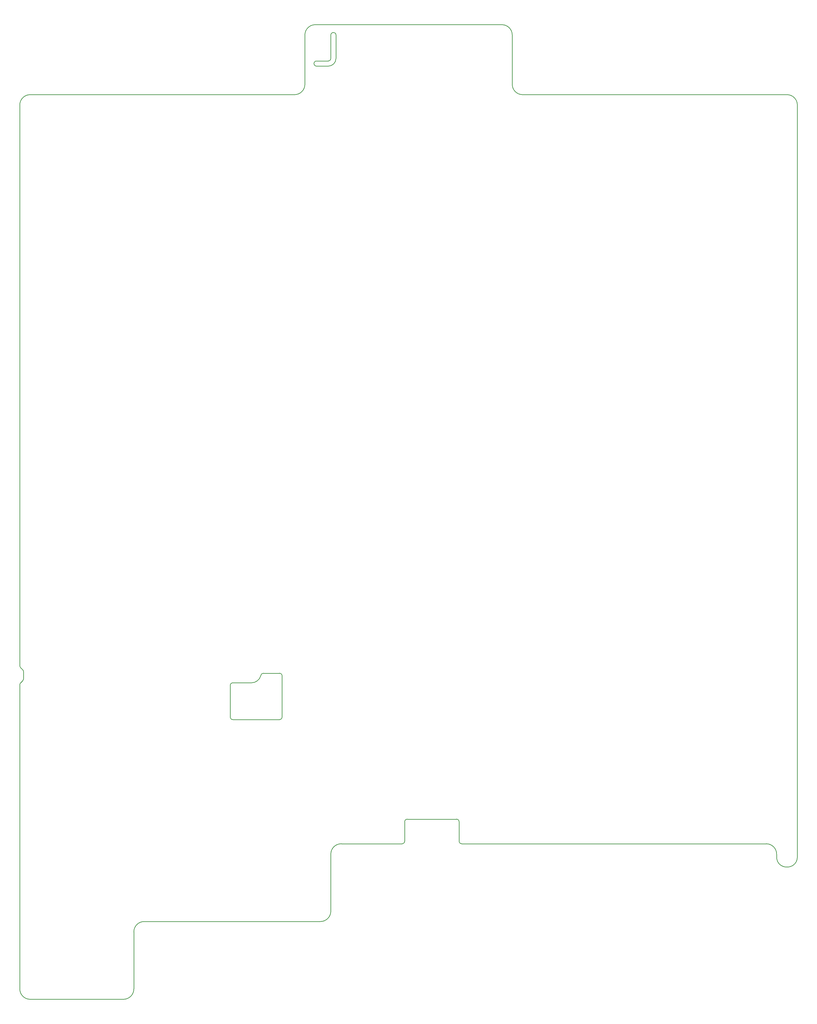
<source format=gm1>
G04*
G04 #@! TF.GenerationSoftware,Altium Limited,Altium Designer,22.2.1 (43)*
G04*
G04 Layer_Color=16711935*
%FSLAX44Y44*%
%MOMM*%
G71*
G04*
G04 #@! TF.SameCoordinates,CDD9168B-683F-4F5A-B1B2-3852E0251DB5*
G04*
G04*
G04 #@! TF.FilePolarity,Positive*
G04*
G01*
G75*
%ADD10C,0.2540*%
D10*
X-310000Y2270000D02*
G03*
X-300000Y2280000I0J10000D01*
G01*
X-365000Y2260000D02*
G03*
X-355000Y2250000I10000J0D01*
G01*
Y2270000D02*
G03*
X-365000Y2260000I0J-10000D01*
G01*
X-310000Y2250000D02*
G03*
X-280000Y2280000I0J30000D01*
G01*
X-280000Y2370000D02*
G03*
X-290000Y2380000I-10000J0D01*
G01*
D02*
G03*
X-300000Y2370000I0J-10000D01*
G01*
X195000Y-740000D02*
G03*
X205000Y-750000I10000J0D01*
G01*
X195000Y-665000D02*
G03*
X185000Y-655000I-10000J0D01*
G01*
X-5000D02*
G03*
X-15000Y-665000I0J-10000D01*
G01*
X-488000Y-102000D02*
G03*
X-498000Y-92000I-10000J0D01*
G01*
X-606000Y-129000D02*
G03*
X-570261Y-101576I0J37000D01*
G01*
X-688000Y-261000D02*
G03*
X-678000Y-271000I10000J0D01*
G01*
Y-129000D02*
G03*
X-688000Y-139000I0J-10000D01*
G01*
X-560250Y-92000D02*
G03*
X-569457Y-98838I0J-9618D01*
G01*
X-498000Y-271000D02*
G03*
X-488000Y-261000I0J10000D01*
G01*
X-25000Y-750000D02*
G03*
X-15000Y-740000I0J10000D01*
G01*
X-1100000Y-1350000D02*
G03*
X-1060000Y-1310000I0J40000D01*
G01*
X-260000Y-750000D02*
G03*
X-300000Y-790000I0J-40000D01*
G01*
X-340000Y-1050000D02*
G03*
X-300000Y-1010000I0J40000D01*
G01*
X-1020000Y-1050000D02*
G03*
X-1060000Y-1090000I0J-40000D01*
G01*
X-1489035Y-121285D02*
G03*
X-1485500Y-112750I-8536J8536D01*
G01*
X-1496465Y-128714D02*
G03*
X-1500000Y-137250I8536J-8536D01*
G01*
Y-62250D02*
G03*
X-1496465Y-70785I12071J0D01*
G01*
X-1485500Y-86750D02*
G03*
X-1489035Y-78214I-12071J0D01*
G01*
X-360000Y2410000D02*
G03*
X-400000Y2370000I0J-40000D01*
G01*
X-440000Y2140000D02*
G03*
X-400000Y2180000I0J40000D01*
G01*
X-1460000Y2140000D02*
G03*
X-1500000Y2100000I0J-40000D01*
G01*
X400000Y2180000D02*
G03*
X440000Y2140000I40000J0D01*
G01*
X400000Y2370000D02*
G03*
X360000Y2410000I-40000J0D01*
G01*
X1500000Y2100000D02*
G03*
X1460000Y2140000I-40000J0D01*
G01*
X-1500000Y-1310000D02*
G03*
X-1460000Y-1350000I40000J0D01*
G01*
X1420000Y-790000D02*
G03*
X1380000Y-750000I-40000J0D01*
G01*
X1420000Y-800000D02*
G03*
X1500000Y-800000I40000J0D01*
G01*
X-355000Y2250000D02*
X-310000Y2250000D01*
X-355000Y2270000D02*
X-310000Y2270000D01*
X-280000Y2280000D02*
X-280000Y2370000D01*
X-300000Y2280000D02*
X-300000Y2370000D01*
X-678000Y-271000D02*
X-498000D01*
X-488000Y-261000D02*
Y-190000D01*
X-688000D02*
Y-139000D01*
X-678000Y-129000D02*
X-606000D01*
X-488000Y-190000D02*
Y-102000D01*
X-560250Y-92000D02*
X-498000D01*
X-570261Y-101576D02*
X-569457Y-98838D01*
X-688000Y-261000D02*
Y-190000D01*
X-5000Y-655000D02*
X90000D01*
X185000D01*
X195000Y-740000D02*
Y-665000D01*
X-15000Y-740000D02*
Y-665000D01*
X-300000Y-1010000D02*
Y-790000D01*
X-1020000Y-1050000D02*
X-340000Y-1050000D01*
X-1060000Y-1310000D02*
Y-1090000D01*
X-1485500Y-99750D02*
Y-86750D01*
Y-112750D02*
Y-99750D01*
X-1496464Y-128715D02*
X-1489036Y-121286D01*
X-1496464Y-70785D02*
X-1489036Y-78214D01*
X-400000Y2180000D02*
Y2370000D01*
X-360000Y2410000D02*
X360000D01*
X-1460000Y2140000D02*
X-440000Y2140000D01*
X400000Y2180000D02*
Y2370000D01*
X440000Y2140000D02*
X1460000Y2140000D01*
X-1500000Y-137250D02*
X-1500000Y-1310000D01*
X-1460000Y-1350000D02*
X-1100000D01*
X-260000Y-750000D02*
X-25000Y-750000D01*
X205000Y-750000D02*
X1380000Y-750000D01*
X1420000Y-800000D02*
Y-790000D01*
X1499999Y-800000D02*
X1500000Y2100000D01*
X-1500000Y-62250D02*
Y2100000D01*
X-310000Y2270000D02*
G03*
X-300000Y2280000I0J10000D01*
G01*
X-365000Y2260000D02*
G03*
X-355000Y2250000I10000J0D01*
G01*
Y2270000D02*
G03*
X-365000Y2260000I0J-10000D01*
G01*
X-310000Y2250000D02*
G03*
X-280000Y2280000I0J30000D01*
G01*
X-280000Y2370000D02*
G03*
X-290000Y2380000I-10000J0D01*
G01*
D02*
G03*
X-300000Y2370000I0J-10000D01*
G01*
X195000Y-740000D02*
G03*
X205000Y-750000I10000J0D01*
G01*
X195000Y-665000D02*
G03*
X185000Y-655000I-10000J0D01*
G01*
X-5000D02*
G03*
X-15000Y-665000I0J-10000D01*
G01*
X-488000Y-102000D02*
G03*
X-498000Y-92000I-10000J0D01*
G01*
X-606000Y-129000D02*
G03*
X-570261Y-101576I0J37000D01*
G01*
X-688000Y-261000D02*
G03*
X-678000Y-271000I10000J0D01*
G01*
Y-129000D02*
G03*
X-688000Y-139000I0J-10000D01*
G01*
X-560250Y-92000D02*
G03*
X-569457Y-98838I0J-9618D01*
G01*
X-498000Y-271000D02*
G03*
X-488000Y-261000I0J10000D01*
G01*
X-25000Y-750000D02*
G03*
X-15000Y-740000I0J10000D01*
G01*
X-1100000Y-1350000D02*
G03*
X-1060000Y-1310000I0J40000D01*
G01*
X-260000Y-750000D02*
G03*
X-300000Y-790000I0J-40000D01*
G01*
X-340000Y-1050000D02*
G03*
X-300000Y-1010000I0J40000D01*
G01*
X-1020000Y-1050000D02*
G03*
X-1060000Y-1090000I0J-40000D01*
G01*
X-1489035Y-121285D02*
G03*
X-1485500Y-112750I-8536J8536D01*
G01*
X-1496465Y-128714D02*
G03*
X-1500000Y-137250I8536J-8536D01*
G01*
Y-62250D02*
G03*
X-1496465Y-70785I12071J0D01*
G01*
X-1485500Y-86750D02*
G03*
X-1489035Y-78214I-12071J0D01*
G01*
X-360000Y2410000D02*
G03*
X-400000Y2370000I0J-40000D01*
G01*
X-440000Y2140000D02*
G03*
X-400000Y2180000I0J40000D01*
G01*
X-1460000Y2140000D02*
G03*
X-1500000Y2100000I0J-40000D01*
G01*
X400000Y2180000D02*
G03*
X440000Y2140000I40000J0D01*
G01*
X400000Y2370000D02*
G03*
X360000Y2410000I-40000J0D01*
G01*
X1500000Y2100000D02*
G03*
X1460000Y2140000I-40000J0D01*
G01*
X-1500000Y-1310000D02*
G03*
X-1460000Y-1350000I40000J0D01*
G01*
X1420000Y-790000D02*
G03*
X1380000Y-750000I-40000J0D01*
G01*
X1420000Y-800000D02*
G03*
X1500000Y-800000I40000J0D01*
G01*
X-355000Y2250000D02*
X-310000Y2250000D01*
X-355000Y2270000D02*
X-310000Y2270000D01*
X-280000Y2280000D02*
X-280000Y2370000D01*
X-300000Y2280000D02*
X-300000Y2370000D01*
X-678000Y-271000D02*
X-498000D01*
X-488000Y-261000D02*
Y-190000D01*
X-688000D02*
Y-139000D01*
X-678000Y-129000D02*
X-606000D01*
X-488000Y-190000D02*
Y-102000D01*
X-560250Y-92000D02*
X-498000D01*
X-570261Y-101576D02*
X-569457Y-98838D01*
X-688000Y-261000D02*
Y-190000D01*
X-5000Y-655000D02*
X90000D01*
X185000D01*
X195000Y-740000D02*
Y-665000D01*
X-15000Y-740000D02*
Y-665000D01*
X-300000Y-1010000D02*
Y-790000D01*
X-1020000Y-1050000D02*
X-340000Y-1050000D01*
X-1060000Y-1310000D02*
Y-1090000D01*
X-1485500Y-99750D02*
Y-86750D01*
Y-112750D02*
Y-99750D01*
X-1496464Y-128715D02*
X-1489036Y-121286D01*
X-1496464Y-70785D02*
X-1489036Y-78214D01*
X-400000Y2180000D02*
Y2370000D01*
X-360000Y2410000D02*
X360000D01*
X-1460000Y2140000D02*
X-440000Y2140000D01*
X400000Y2180000D02*
Y2370000D01*
X440000Y2140000D02*
X1460000Y2140000D01*
X-1500000Y-137250D02*
X-1500000Y-1310000D01*
X-1460000Y-1350000D02*
X-1100000D01*
X-260000Y-750000D02*
X-25000Y-750000D01*
X205000Y-750000D02*
X1380000Y-750000D01*
X1420000Y-800000D02*
Y-790000D01*
X1499999Y-800000D02*
X1500000Y2100000D01*
X-1500000Y-62250D02*
Y2100000D01*
M02*

</source>
